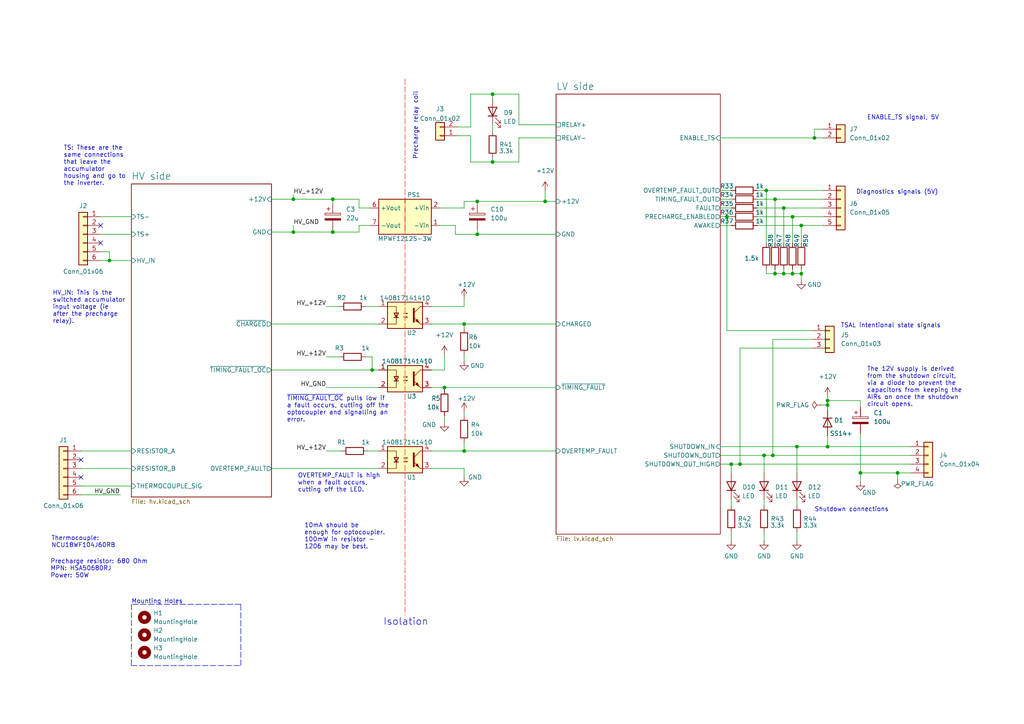
<source format=kicad_sch>
(kicad_sch (version 20211123) (generator eeschema)
  (paper "A4")
  (title_block (title "Precharge Top Level"))
  (lib_symbols
    (symbol "Connector_Generic:Conn_01x02" (pin_names (offset 1.016) hide)
      (property "Reference" "J" (at 0 2.54 0))
      (property "Value" "Conn_01x02" (at 0 -5.08 0))
      (symbol "Conn_01x02_1_1"
        (rectangle (start -1.27 -2.413) (end 0 -2.667) (stroke (width 0.1524)))
        (rectangle (start -1.27 0.127) (end 0 -0.127) (stroke (width 0.1524)))
        (rectangle (start -1.27 1.27) (end 1.27 -3.81) (stroke (width 0.254)) (fill (type background)))
        (pin passive line (at -5.08 0 0) (length 3.81) (name "Pin_1") (number "1"))
        (pin passive line (at -5.08 -2.54 0) (length 3.81) (name "Pin_2") (number "2"))
      )
    )
    (symbol "Connector_Generic:Conn_01x03" (pin_names (offset 1.016) hide)
      (property "Reference" "J" (at 0 5.08 0))
      (property "Value" "Conn_01x03" (at 0 -5.08 0))
      (symbol "Conn_01x03_1_1"
        (rectangle (start -1.27 -2.413) (end 0 -2.667) (stroke (width 0.1524)))
        (rectangle (start -1.27 0.127) (end 0 -0.127) (stroke (width 0.1524)))
        (rectangle (start -1.27 2.667) (end 0 2.413) (stroke (width 0.1524)))
        (rectangle (start -1.27 3.81) (end 1.27 -3.81) (stroke (width 0.254)) (fill (type background)))
        (pin passive line (at -5.08 2.54 0) (length 3.81) (name "Pin_1") (number "1"))
        (pin passive line (at -5.08 0 0) (length 3.81) (name "Pin_2") (number "2"))
        (pin passive line (at -5.08 -2.54 0) (length 3.81) (name "Pin_3") (number "3"))
      )
    )
    (symbol "Connector_Generic:Conn_01x04" (pin_names (offset 1.016) hide)
      (property "Reference" "J" (at 0 5.08 0))
      (property "Value" "Conn_01x04" (at 0 -7.62 0))
      (symbol "Conn_01x04_1_1"
        (rectangle (start -1.27 -4.953) (end 0 -5.207) (stroke (width 0.1524)))
        (rectangle (start -1.27 -2.413) (end 0 -2.667) (stroke (width 0.1524)))
        (rectangle (start -1.27 0.127) (end 0 -0.127) (stroke (width 0.1524)))
        (rectangle (start -1.27 2.667) (end 0 2.413) (stroke (width 0.1524)))
        (rectangle (start -1.27 3.81) (end 1.27 -6.35) (stroke (width 0.254)) (fill (type background)))
        (pin passive line (at -5.08 2.54 0) (length 3.81) (name "Pin_1") (number "1"))
        (pin passive line (at -5.08 0 0) (length 3.81) (name "Pin_2") (number "2"))
        (pin passive line (at -5.08 -2.54 0) (length 3.81) (name "Pin_3") (number "3"))
        (pin passive line (at -5.08 -5.08 0) (length 3.81) (name "Pin_4") (number "4"))
      )
    )
    (symbol "Connector_Generic:Conn_01x05" (pin_names (offset 1.016) hide)
      (property "Reference" "J" (at 0 7.62 0))
      (property "Value" "Conn_01x05" (at 0 -7.62 0))
      (symbol "Conn_01x05_1_1"
        (rectangle (start -1.27 -4.953) (end 0 -5.207) (stroke (width 0.1524)))
        (rectangle (start -1.27 -2.413) (end 0 -2.667) (stroke (width 0.1524)))
        (rectangle (start -1.27 0.127) (end 0 -0.127) (stroke (width 0.1524)))
        (rectangle (start -1.27 2.667) (end 0 2.413) (stroke (width 0.1524)))
        (rectangle (start -1.27 5.207) (end 0 4.953) (stroke (width 0.1524)))
        (rectangle (start -1.27 6.35) (end 1.27 -6.35) (stroke (width 0.254)) (fill (type background)))
        (pin passive line (at -5.08 5.08 0) (length 3.81) (name "Pin_1") (number "1"))
        (pin passive line (at -5.08 2.54 0) (length 3.81) (name "Pin_2") (number "2"))
        (pin passive line (at -5.08 0 0) (length 3.81) (name "Pin_3") (number "3"))
        (pin passive line (at -5.08 -2.54 0) (length 3.81) (name "Pin_4") (number "4"))
        (pin passive line (at -5.08 -5.08 0) (length 3.81) (name "Pin_5") (number "5"))
      )
    )
    (symbol "Connector_Generic:Conn_01x06" (pin_names (offset 1.016) hide)
      (property "Reference" "J" (at 0 7.62 0))
      (property "Value" "Conn_01x06" (at 0 -10.16 0))
      (symbol "Conn_01x06_1_1"
        (rectangle (start -1.27 -7.493) (end 0 -7.747) (stroke (width 0.1524)))
        (rectangle (start -1.27 -4.953) (end 0 -5.207) (stroke (width 0.1524)))
        (rectangle (start -1.27 -2.413) (end 0 -2.667) (stroke (width 0.1524)))
        (rectangle (start -1.27 0.127) (end 0 -0.127) (stroke (width 0.1524)))
        (rectangle (start -1.27 2.667) (end 0 2.413) (stroke (width 0.1524)))
        (rectangle (start -1.27 5.207) (end 0 4.953) (stroke (width 0.1524)))
        (rectangle (start -1.27 6.35) (end 1.27 -8.89) (stroke (width 0.254)) (fill (type background)))
        (pin passive line (at -5.08 5.08 0) (length 3.81) (name "Pin_1") (number "1"))
        (pin passive line (at -5.08 2.54 0) (length 3.81) (name "Pin_2") (number "2"))
        (pin passive line (at -5.08 0 0) (length 3.81) (name "Pin_3") (number "3"))
        (pin passive line (at -5.08 -2.54 0) (length 3.81) (name "Pin_4") (number "4"))
        (pin passive line (at -5.08 -5.08 0) (length 3.81) (name "Pin_5") (number "5"))
        (pin passive line (at -5.08 -7.62 0) (length 3.81) (name "Pin_6") (number "6"))
      )
    )
    (symbol "Converter_DCDC:ITX1212SA"
      (property "Reference" "PS" (at -7.62 6.35 0))
      (property "Value" "ITX1212SA" (at 1.27 6.35 0))
      (symbol "ITX1212SA_0_0"
        (pin power_in line (at -10.16 -2.54 0) (length 2.54) (name "-Vin") (number "1"))
        (pin power_in line (at -10.16 2.54 0) (length 2.54) (name "+Vin") (number "2"))
        (pin power_out line (at 10.16 2.54 180) (length 2.54) (name "+Vout") (number "6"))
        (pin power_out line (at 10.16 -2.54 180) (length 2.54) (name "-Vout") (number "7"))
        (pin no_connect line (at 7.62 0 180) (length 2.54) hide (name "NC") (number "8"))
      )
      (symbol "ITX1212SA_0_1"
        (rectangle (start -7.62 5.08) (end 7.62 -5.08) (stroke (width 0.254)) (fill (type background)))
        (polyline (pts (xy 0 -2.54) (xy 0 -3.81)))
        (polyline (pts (xy 0 0) (xy 0 -1.27)))
        (polyline (pts (xy 0 2.54) (xy 0 1.27)))
        (polyline (pts (xy 0 5.08) (xy 0 3.81)))
      )
    )
    (symbol "Device:C_Polarized" (pin_numbers hide) (pin_names (offset 0.254))
      (property "Reference" "C" (at 0.635 2.54 0))
      (property "Value" "C_Polarized" (at 0.635 -2.54 0))
      (symbol "C_Polarized_0_1"
        (rectangle (start -2.286 0.508) (end 2.286 1.016))
        (polyline (pts (xy -1.778 2.286) (xy -0.762 2.286)))
        (polyline (pts (xy -1.27 2.794) (xy -1.27 1.778)))
        (rectangle (start 2.286 -0.508) (end -2.286 -1.016) (fill (type outline)))
      )
      (symbol "C_Polarized_1_1"
        (pin passive line (at 0 3.81 270) (length 2.794) (name "~") (number "1"))
        (pin passive line (at 0 -3.81 90) (length 2.794) (name "~") (number "2"))
      )
    )
    (symbol "Device:D" (pin_numbers hide) (pin_names (offset 1.016) hide)
      (property "Reference" "D" (at 0 2.54 0))
      (property "Value" "D" (at 0 -2.54 0))
      (symbol "D_0_1"
        (polyline (pts (xy -1.27 1.27) (xy -1.27 -1.27)) (stroke (width 0.254)))
        (polyline (pts (xy 1.27 0) (xy -1.27 0)))
        (polyline (pts (xy 1.27 1.27) (xy 1.27 -1.27) (xy -1.27 0) (xy 1.27 1.27)) (stroke (width 0.254)))
      )
      (symbol "D_1_1"
        (pin passive line (at -3.81 0 0) (length 2.54) (name "K") (number "1"))
        (pin passive line (at 3.81 0 180) (length 2.54) (name "A") (number "2"))
      )
    )
    (symbol "Device:LED" (pin_numbers hide) (pin_names (offset 1.016) hide)
      (property "Reference" "D" (at 0 2.54 0))
      (property "Value" "LED" (at 0 -2.54 0))
      (symbol "LED_0_1"
        (polyline (pts (xy -1.27 -1.27) (xy -1.27 1.27)) (stroke (width 0.254)))
        (polyline (pts (xy -1.27 0) (xy 1.27 0)))
        (polyline (pts (xy 1.27 -1.27) (xy 1.27 1.27) (xy -1.27 0) (xy 1.27 -1.27)) (stroke (width 0.254)))
        (polyline (pts (xy -3.048 -0.762) (xy -4.572 -2.286) (xy -3.81 -2.286) (xy -4.572 -2.286) (xy -4.572 -1.524)))
        (polyline (pts (xy -1.778 -0.762) (xy -3.302 -2.286) (xy -2.54 -2.286) (xy -3.302 -2.286) (xy -3.302 -1.524)))
      )
      (symbol "LED_1_1"
        (pin passive line (at -3.81 0 0) (length 2.54) (name "K") (number "1"))
        (pin passive line (at 3.81 0 180) (length 2.54) (name "A") (number "2"))
      )
    )
    (symbol "Device:R" (pin_numbers hide) (pin_names (offset 0))
      (property "Reference" "R" (at 2.032 0 90))
      (property "Value" "R" (at 0 0 90))
      (symbol "R_0_1"
        (rectangle (start -1.016 -2.54) (end 1.016 2.54) (stroke (width 0.254)))
      )
      (symbol "R_1_1"
        (pin passive line (at 0 3.81 270) (length 1.27) (name "~") (number "1"))
        (pin passive line (at 0 -3.81 90) (length 1.27) (name "~") (number "2"))
      )
    )
    (symbol "Isolator:SFH617A-1" (pin_names (offset 1.016))
      (property "Reference" "U" (at -5.08 5.08 0))
      (property "Value" "SFH617A-1" (at 0 5.08 0))
      (symbol "SFH617A-1_0_1"
        (rectangle (start -5.08 3.81) (end 5.08 -3.81) (stroke (width 0.254)) (fill (type background)))
        (polyline (pts (xy -3.175 -0.635) (xy -1.905 -0.635)) (stroke (width 0.254)))
        (polyline (pts (xy 2.54 0.635) (xy 4.445 2.54)))
        (polyline (pts (xy 4.445 -2.54) (xy 2.54 -0.635)) (fill (type outline)))
        (polyline (pts (xy 4.445 -2.54) (xy 5.08 -2.54)))
        (polyline (pts (xy 4.445 2.54) (xy 5.08 2.54)))
        (polyline (pts (xy -2.54 -0.635) (xy -2.54 -2.54) (xy -5.08 -2.54)))
        (polyline (pts (xy 2.54 1.905) (xy 2.54 -1.905) (xy 2.54 -1.905)) (stroke (width 0.508)))
        (polyline (pts (xy -5.08 2.54) (xy -2.54 2.54) (xy -2.54 -1.27) (xy -2.54 0.635)))
        (polyline (pts (xy -2.54 -0.635) (xy -3.175 0.635) (xy -1.905 0.635) (xy -2.54 -0.635)) (stroke (width 0.254)))
        (polyline (pts (xy -0.508 -0.508) (xy 0.762 -0.508) (xy 0.381 -0.635) (xy 0.381 -0.381) (xy 0.762 -0.508)))
        (polyline (pts (xy -0.508 0.508) (xy 0.762 0.508) (xy 0.381 0.381) (xy 0.381 0.635) (xy 0.762 0.508)))
        (polyline (pts (xy 3.048 -1.651) (xy 3.556 -1.143) (xy 4.064 -2.159) (xy 3.048 -1.651) (xy 3.048 -1.651)) (fill (type outline)))
      )
      (symbol "SFH617A-1_1_1"
        (pin passive line (at -7.62 2.54 0) (length 2.54) (name "~") (number "1"))
        (pin passive line (at -7.62 -2.54 0) (length 2.54) (name "~") (number "2"))
        (pin passive line (at 7.62 -2.54 180) (length 2.54) (name "~") (number "3"))
        (pin passive line (at 7.62 2.54 180) (length 2.54) (name "~") (number "4"))
      )
    )
    (symbol "Mechanical:MountingHole" (pin_names (offset 1.016))
      (property "Reference" "H" (at 0 5.08 0))
      (property "Value" "MountingHole" (at 0 3.175 0))
      (symbol "MountingHole_0_1"
        (circle (center 0 0) (radius 1.27) (stroke (width 1.27)))
      )
    )
    (symbol "power:+12V" (power) (pin_names (offset 0))
      (property "Value" "+12V" (at 0 3.556 0))
      (symbol "+12V_0_1"
        (polyline (pts (xy -0.762 1.27) (xy 0 2.54)))
        (polyline (pts (xy 0 0) (xy 0 2.54)))
        (polyline (pts (xy 0 2.54) (xy 0.762 1.27)))
      )
      (symbol "+12V_1_1"
        (pin power_in line (at 0 0 90) (length 0) hide (name "+12V") (number "1"))
      )
    )
    (symbol "power:GND" (power) (pin_names (offset 0))
      (property "Value" "GND" (at 0 -3.81 0))
      (symbol "GND_0_1"
        (polyline (pts (xy 0 0) (xy 0 -1.27) (xy 1.27 -1.27) (xy 0 -2.54) (xy -1.27 -1.27) (xy 0 -1.27)))
      )
      (symbol "GND_1_1"
        (pin power_in line (at 0 0 270) (length 0) hide (name "GND") (number "1"))
      )
    )
    (symbol "power:PWR_FLAG" (power) (pin_numbers hide) (pin_names (offset 0) hide)
      (property "Value" "PWR_FLAG" (at 0 3.81 0))
      (symbol "PWR_FLAG_0_0"
        (pin power_out line (at 0 0 90) (length 0) (name "pwr") (number "1"))
      )
      (symbol "PWR_FLAG_0_1"
        (polyline (pts (xy 0 0) (xy 0 1.27) (xy -1.016 1.905) (xy 0 2.54) (xy 1.016 1.905) (xy 0 1.27)))
      )
    )
  )
  (junction (at 158.115 58.42))
  (junction (at 249.555 137.16))
  (junction (at 229.87 79.375))
  (junction (at 212.09 134.62))
  (junction (at 224.79 79.375))
  (junction (at 96.52 57.785))
  (junction (at 240.03 117.475))
  (junction (at 227.33 79.375))
  (junction (at 138.43 58.42))
  (junction (at 227.33 60.325))
  (junction (at 260.35 137.16))
  (junction (at 231.14 129.54))
  (junction (at 210.82 62.865))
  (junction (at 138.43 67.945))
  (junction (at 96.52 67.31))
  (junction (at 128.905 112.395))
  (junction (at 134.62 130.81))
  (junction (at 222.25 55.245))
  (junction (at 236.22 40.005))
  (junction (at 224.155 132.08))
  (junction (at 142.875 27.305))
  (junction (at 31.75 75.565))
  (junction (at 142.875 46.99))
  (junction (at 232.41 79.375))
  (junction (at 221.615 132.08))
  (junction (at 85.09 57.785))
  (junction (at 232.41 65.405))
  (junction (at 240.03 116.205))
  (junction (at 107.95 107.315))
  (junction (at 224.79 57.785))
  (junction (at 85.09 67.31))
  (junction (at 240.03 129.54))
  (junction (at 229.87 62.865))
  (junction (at 134.62 93.98))
  (junction (at 214.63 134.62))
  (no_connect (at 29.21 65.405))
  (no_connect (at 23.495 138.43))
  (no_connect (at 23.495 133.35))
  (no_connect (at 29.21 70.485))
  (wire (pts (xy 94.615 103.505) (xy 98.425 103.505)))
  (wire (pts (xy 224.79 57.785) (xy 238.76 57.785)))
  (wire (pts (xy 222.25 55.245) (xy 238.76 55.245)))
  (wire (pts (xy 210.82 62.865) (xy 212.09 62.865)))
  (wire (pts (xy 125.095 88.9) (xy 134.62 88.9)))
  (wire (pts (xy 125.095 112.395) (xy 128.905 112.395)))
  (wire (pts (xy 128.905 102.87) (xy 128.905 107.315)))
  (polyline (pts (xy 117.475 22.86) (xy 117.475 178.435)) (stroke (width 0) (color 255 30 0 1)))
  (wire (pts (xy 221.615 154.305) (xy 221.615 156.845)))
  (wire (pts (xy 138.43 67.945) (xy 161.29 67.945)))
  (wire (pts (xy 23.495 130.81) (xy 38.1 130.81)))
  (wire (pts (xy 134.62 60.325) (xy 134.62 58.42)))
  (wire (pts (xy 106.045 88.9) (xy 109.855 88.9)))
  (wire (pts (xy 219.71 62.865) (xy 229.87 62.865)))
  (wire (pts (xy 227.33 78.105) (xy 227.33 79.375)))
  (wire (pts (xy 128.905 122.555) (xy 128.905 120.65)))
  (wire (pts (xy 128.905 107.315) (xy 125.095 107.315)))
  (polyline (pts (xy 69.85 193.04) (xy 69.85 175.26)))
  (wire (pts (xy 142.875 45.72) (xy 142.875 46.99)))
  (wire (pts (xy 138.43 58.42) (xy 138.43 59.055)))
  (wire (pts (xy 128.905 112.395) (xy 161.29 112.395)))
  (wire (pts (xy 249.555 116.205) (xy 240.03 116.205)))
  (wire (pts (xy 214.63 100.965) (xy 235.585 100.965)))
  (wire (pts (xy 224.79 78.105) (xy 224.79 79.375)))
  (wire (pts (xy 29.21 62.865) (xy 38.1 62.865)))
  (wire (pts (xy 158.115 58.42) (xy 161.29 58.42)))
  (wire (pts (xy 134.62 58.42) (xy 138.43 58.42)))
  (wire (pts (xy 219.71 55.245) (xy 222.25 55.245)))
  (wire (pts (xy 231.14 144.78) (xy 231.14 146.685)))
  (wire (pts (xy 29.21 75.565) (xy 31.75 75.565)))
  (wire (pts (xy 127.635 65.405) (xy 132.08 65.405)))
  (wire (pts (xy 128.905 112.395) (xy 128.905 113.03)))
  (wire (pts (xy 138.43 67.945) (xy 138.43 66.675)))
  (wire (pts (xy 134.62 93.98) (xy 161.29 93.98)))
  (wire (pts (xy 158.115 55.245) (xy 158.115 58.42)))
  (wire (pts (xy 212.09 134.62) (xy 214.63 134.62)))
  (wire (pts (xy 23.495 135.89) (xy 38.1 135.89)))
  (wire (pts (xy 224.79 57.785) (xy 224.79 70.485)))
  (wire (pts (xy 132.08 67.945) (xy 138.43 67.945)))
  (wire (pts (xy 249.555 118.11) (xy 249.555 116.205)))
  (wire (pts (xy 227.33 60.325) (xy 227.33 70.485)))
  (wire (pts (xy 260.35 137.16) (xy 260.35 139.065)))
  (wire (pts (xy 222.25 78.105) (xy 222.25 79.375)))
  (wire (pts (xy 142.875 36.195) (xy 142.875 38.1)))
  (wire (pts (xy 142.875 27.305) (xy 150.495 27.305)))
  (wire (pts (xy 208.915 55.245) (xy 212.09 55.245)))
  (wire (pts (xy 219.71 65.405) (xy 232.41 65.405)))
  (wire (pts (xy 23.495 140.97) (xy 38.1 140.97)))
  (wire (pts (xy 78.74 107.315) (xy 107.95 107.315)))
  (wire (pts (xy 23.495 143.51) (xy 34.925 143.51)))
  (wire (pts (xy 231.14 154.305) (xy 231.14 156.845)))
  (wire (pts (xy 85.09 57.785) (xy 96.52 57.785)))
  (wire (pts (xy 134.62 93.98) (xy 134.62 95.25)))
  (wire (pts (xy 132.08 65.405) (xy 132.08 67.945)))
  (wire (pts (xy 224.155 132.08) (xy 264.16 132.08)))
  (wire (pts (xy 214.63 134.62) (xy 214.63 100.965)))
  (wire (pts (xy 150.495 46.99) (xy 150.495 40.005)))
  (wire (pts (xy 229.87 62.865) (xy 238.76 62.865)))
  (wire (pts (xy 104.14 67.31) (xy 104.14 65.405)))
  (wire (pts (xy 221.615 132.08) (xy 224.155 132.08)))
  (wire (pts (xy 107.95 107.315) (xy 109.855 107.315)))
  (wire (pts (xy 78.74 67.31) (xy 85.09 67.31)))
  (wire (pts (xy 208.915 65.405) (xy 212.09 65.405)))
  (wire (pts (xy 134.62 135.89) (xy 134.62 138.43)))
  (wire (pts (xy 208.915 60.325) (xy 212.09 60.325)))
  (wire (pts (xy 104.14 60.325) (xy 107.315 60.325)))
  (wire (pts (xy 212.09 134.62) (xy 212.09 137.16)))
  (wire (pts (xy 224.79 79.375) (xy 227.33 79.375)))
  (wire (pts (xy 125.095 130.81) (xy 134.62 130.81)))
  (wire (pts (xy 224.155 132.08) (xy 224.155 98.425)))
  (wire (pts (xy 98.425 88.9) (xy 94.615 88.9)))
  (wire (pts (xy 240.03 117.475) (xy 240.03 118.745)))
  (wire (pts (xy 208.915 57.785) (xy 212.09 57.785)))
  (wire (pts (xy 29.21 67.945) (xy 38.1 67.945)))
  (wire (pts (xy 210.82 95.885) (xy 235.585 95.885)))
  (wire (pts (xy 229.87 62.865) (xy 229.87 70.485)))
  (polyline (pts (xy 116.84 46.355) (xy 116.84 46.355)))
  (wire (pts (xy 134.62 119.38) (xy 134.62 120.65)))
  (wire (pts (xy 150.495 27.305) (xy 150.495 36.195)))
  (wire (pts (xy 240.03 129.54) (xy 264.16 129.54)))
  (wire (pts (xy 221.615 132.08) (xy 221.615 137.16)))
  (wire (pts (xy 134.62 128.27) (xy 134.62 130.81)))
  (wire (pts (xy 238.125 117.475) (xy 240.03 117.475)))
  (wire (pts (xy 240.03 114.935) (xy 240.03 116.205)))
  (wire (pts (xy 94.615 130.81) (xy 99.06 130.81)))
  (wire (pts (xy 212.09 154.305) (xy 212.09 156.845)))
  (wire (pts (xy 85.09 56.515) (xy 85.09 57.785)))
  (wire (pts (xy 240.03 116.205) (xy 240.03 117.475)))
  (wire (pts (xy 134.62 86.36) (xy 134.62 88.9)))
  (wire (pts (xy 231.14 129.54) (xy 231.14 137.16)))
  (wire (pts (xy 125.095 93.98) (xy 134.62 93.98)))
  (wire (pts (xy 208.915 129.54) (xy 231.14 129.54)))
  (wire (pts (xy 232.41 65.405) (xy 232.41 70.485)))
  (wire (pts (xy 127.635 60.325) (xy 134.62 60.325)))
  (wire (pts (xy 208.915 62.865) (xy 210.82 62.865)))
  (wire (pts (xy 142.875 27.305) (xy 142.875 28.575)))
  (wire (pts (xy 94.615 112.395) (xy 109.855 112.395)))
  (wire (pts (xy 136.525 36.83) (xy 136.525 27.305)))
  (wire (pts (xy 104.14 57.785) (xy 104.14 60.325)))
  (wire (pts (xy 240.03 126.365) (xy 240.03 129.54)))
  (wire (pts (xy 219.71 60.325) (xy 227.33 60.325)))
  (wire (pts (xy 224.155 98.425) (xy 235.585 98.425)))
  (polyline (pts (xy 38.1 175.26) (xy 38.1 193.04)))
  (wire (pts (xy 249.555 139.7) (xy 249.555 137.16)))
  (wire (pts (xy 136.525 39.37) (xy 136.525 46.99)))
  (wire (pts (xy 106.68 130.81) (xy 109.855 130.81)))
  (wire (pts (xy 29.21 73.025) (xy 31.75 73.025)))
  (wire (pts (xy 249.555 137.16) (xy 260.35 137.16)))
  (wire (pts (xy 212.09 144.78) (xy 212.09 146.685)))
  (wire (pts (xy 78.74 135.89) (xy 109.855 135.89)))
  (wire (pts (xy 31.75 73.025) (xy 31.75 75.565)))
  (wire (pts (xy 214.63 134.62) (xy 264.16 134.62)))
  (wire (pts (xy 232.41 78.105) (xy 232.41 79.375)))
  (wire (pts (xy 222.25 79.375) (xy 224.79 79.375)))
  (wire (pts (xy 229.87 79.375) (xy 232.41 79.375)))
  (wire (pts (xy 232.41 65.405) (xy 238.76 65.405)))
  (wire (pts (xy 208.915 40.005) (xy 236.22 40.005)))
  (wire (pts (xy 104.14 65.405) (xy 107.315 65.405)))
  (wire (pts (xy 210.82 95.885) (xy 210.82 62.865)))
  (wire (pts (xy 208.915 134.62) (xy 212.09 134.62)))
  (wire (pts (xy 132.715 39.37) (xy 136.525 39.37)))
  (wire (pts (xy 208.915 132.08) (xy 221.615 132.08)))
  (wire (pts (xy 232.41 79.375) (xy 232.41 81.28)))
  (wire (pts (xy 85.09 67.31) (xy 96.52 67.31)))
  (wire (pts (xy 138.43 58.42) (xy 158.115 58.42)))
  (wire (pts (xy 227.33 60.325) (xy 238.76 60.325)))
  (wire (pts (xy 125.095 135.89) (xy 134.62 135.89)))
  (wire (pts (xy 236.22 37.465) (xy 236.22 40.005)))
  (wire (pts (xy 85.09 65.405) (xy 85.09 67.31)))
  (wire (pts (xy 78.74 93.98) (xy 109.855 93.98)))
  (polyline (pts (xy 38.1 193.04) (xy 69.85 193.04)))
  (wire (pts (xy 236.22 40.005) (xy 238.76 40.005)))
  (wire (pts (xy 219.71 57.785) (xy 224.79 57.785)))
  (wire (pts (xy 222.25 55.245) (xy 222.25 70.485)))
  (wire (pts (xy 107.95 103.505) (xy 107.95 107.315)))
  (wire (pts (xy 31.75 75.565) (xy 38.1 75.565)))
  (wire (pts (xy 260.35 137.16) (xy 264.16 137.16)))
  (wire (pts (xy 227.33 79.375) (xy 229.87 79.375)))
  (wire (pts (xy 132.715 36.83) (xy 136.525 36.83)))
  (wire (pts (xy 238.76 37.465) (xy 236.22 37.465)))
  (wire (pts (xy 231.14 129.54) (xy 240.03 129.54)))
  (wire (pts (xy 221.615 144.78) (xy 221.615 146.685)))
  (polyline (pts (xy 69.85 175.26) (xy 38.1 175.26)))
  (wire (pts (xy 249.555 125.73) (xy 249.555 137.16)))
  (wire (pts (xy 136.525 27.305) (xy 142.875 27.305)))
  (wire (pts (xy 142.875 46.99) (xy 150.495 46.99)))
  (wire (pts (xy 136.525 46.99) (xy 142.875 46.99)))
  (wire (pts (xy 96.52 67.31) (xy 96.52 66.675)))
  (wire (pts (xy 96.52 57.785) (xy 104.14 57.785)))
  (wire (pts (xy 150.495 36.195) (xy 161.29 36.195)))
  (wire (pts (xy 106.045 103.505) (xy 107.95 103.505)))
  (wire (pts (xy 78.74 57.785) (xy 85.09 57.785)))
  (wire (pts (xy 134.62 130.81) (xy 161.29 130.81)))
  (wire (pts (xy 96.52 67.31) (xy 104.14 67.31)))
  (wire (pts (xy 150.495 40.005) (xy 161.29 40.005)))
  (wire (pts (xy 229.87 78.105) (xy 229.87 79.375)))
  (wire (pts (xy 96.52 57.785) (xy 96.52 59.055)))
  (wire (pts (xy 134.62 102.87) (xy 134.62 104.775)))
  (text "10mA should be \nenough for optocoupler.\n100mW in resistor -\n1206 may be best." (at 88.265 159.385 0) (effects (font (size 1.27 1.27)) (justify left bottom)))
  (text "Diagnostics signals (5V)" (at 248.285 56.515 0) (effects (font (size 1.27 1.27)) (justify left bottom)))
  (text "OVERTEMP_FAULT is high\nwhen a fault occurs,\ncutting off the LED." (at 86.36 142.875 0) (effects (font (size 1.27 1.27)) (justify left bottom)))
  (text "Isolation" (at 111.125 181.61 0) (effects (font (size 2 2)) (justify left bottom)))
  (text "~{TIMING_FAULT_OC} pulls low if\na fault occurs, cutting off the\noptocoupler and signalling an\nerror." (at 83.185 122.555 0) (effects (font (size 1.27 1.27)) (justify left bottom)))
  (text "Precharge relay coil" (at 121.285 46.355 90) (effects (font (size 1.27 1.27)) (justify left bottom)))
  (text "ENABLE_TS signal, 5V" (at 251.46 34.925 0) (effects (font (size 1.27 1.27)) (justify left bottom)))
  (text "Shutdown connections" (at 236.22 148.59 0) (effects (font (size 1.27 1.27)) (justify left bottom)))
  (text "Thermocouple:\nNCU18WF104J60RB" (at 14.859 159.004 0) (effects (font (size 1.27 1.27)) (justify left bottom)))
  (text "Mounting Holes" (at 38.1 175.26 0) (effects (font (size 1.27 1.27)) (justify left bottom)))
  (text "TS: These are the\nsame connections\nthat leave the\naccumulator\nhousing and go to\nthe inverter." (at 18.415 53.975 0) (effects (font (size 1.27 1.27)) (justify left bottom)))
  (text "HV_IN: This is the\nswitched accumulator\ninput voltage (ie \nafter the precharge\nrelay)." (at 15.24 93.98 0) (effects (font (size 1.27 1.27)) (justify left bottom)))
  (text "Precharge resistor: 680 Ohm\nMPN: HSA50680RJ\nPower: 50W" (at 14.605 167.767 0) (effects (font (size 1.27 1.27)) (justify left bottom)))
  (text "TSAL intentional state signals" (at 243.84 95.25 0) (effects (font (size 1.27 1.27)) (justify left bottom)))
  (text "The 12V supply is derived\nfrom the shutdown circuit,\nvia a diode to prevent the\ncapacitors from keeping the\nAIRs on once the shutdown\ncircuit opens." (at 251.46 118.11 0) (effects (font (size 1.27 1.27)) (justify left bottom)))
  (label "HV_+12V" (at 85.09 56.515 0))
  (label "HV_GND" (at 27.305 143.51 0))
  (label "HV_+12V" (at 94.615 130.81 180))
  (label "HV_+12V" (at 94.615 88.9 180))
  (label "HV_+12V" (at 94.615 103.505 180))
  (label "HV_GND" (at 94.615 112.395 180))
  (label "HV_GND" (at 85.09 65.405 0))
  (symbol (lib_id "power:PWR_FLAG") (at 238.125 117.475 90) (unit 1)
    (property "Reference" "#FLG01" (effects hide))
    (property "Value" "PWR_FLAG" (at 229.87 117.475 90))
  )
  (symbol (lib_id "Device:R") (at 231.14 150.495 0) (unit 1)
    (property "Reference" "R44" (at 233.045 150.495 0) (effects (justify left)))
    (property "Value" "3.3k" (at 232.918 152.3616 0) (effects (justify left)))
    (property "Footprint" "Resistor_SMD:R_0603_1608Metric" (effects hide))
    (property "Power" "2W" (effects hide))
  )
  (symbol (lib_id "Device:C_Polarized") (at 138.43 62.865 0) (unit 1)
    (property "Reference" "C10" (at 142.24 60.7059 0) (effects (justify left)))
    (property "Value" "100u" (at 142.24 63.2459 0) (effects (justify left)))
    (property "Footprint" "Capacitor_THT:CP_Radial_D6.3mm_P2.50mm" (effects hide))
  )
  (symbol (lib_id "power:GND") (at 134.62 104.775 0) (unit 1)
    (property "Reference" "#PWR0107" (effects hide))
    (property "Value" "GND" (at 138.43 106.045 0))
  )
  (symbol (lib_id "Device:R") (at 222.25 74.295 180) (unit 1)
    (property "Reference" "R38" (at 223.52 71.755 90) (effects (justify right)))
    (property "Value" "1.5k" (at 215.9 74.93 0) (effects (justify right)))
    (property "Footprint" "Resistor_SMD:R_0603_1608Metric" (effects hide))
  )
  (symbol (lib_id "power:GND") (at 221.615 156.845 0) (unit 1)
    (property "Reference" "#PWR0102" (effects hide))
    (property "Value" "GND" (at 221.615 161.29 0))
  )
  (symbol (lib_id "Device:R") (at 102.235 103.505 270) (unit 1)
    (property "Reference" "R3" (at 98.425 100.965 90))
    (property "Value" "1k" (at 106.045 100.965 90))
    (property "Footprint" "Resistor_SMD:R_1206_3216Metric" (effects hide))
  )
  (symbol (lib_id "Isolator:SFH617A-1") (at 117.475 133.35 0) (unit 1)
    (property "Reference" "U1" (at 119.38 138.43 0))
    (property "Value" "140817141410" (at 118.11 128.27 0))
    (property "Footprint" "footprints:DIP-4_W10.16mm" (effects hide))
  )
  (symbol (lib_id "Device:R") (at 102.235 88.9 90) (unit 1)
    (property "Reference" "R2" (at 99.06 86.36 90))
    (property "Value" "1k" (at 105.41 86.36 90))
    (property "Footprint" "Resistor_SMD:R_1206_3216Metric" (effects hide))
  )
  (symbol (lib_id "Connector_Generic:Conn_01x05") (at 243.84 60.325 0) (unit 1)
    (property "Reference" "J6" (at 246.38 59.0549 0) (effects (justify left)))
    (property "Value" "Conn_01x05" (at 246.38 61.5949 0) (effects (justify left)))
    (property "Footprint" "footprints:Molex_Micro-Fit_3.0_43650-0500_1x05_P3.00mm_Horizontal" (effects hide))
  )
  (symbol (lib_id "Device:R") (at 212.09 150.495 0) (unit 1)
    (property "Reference" "R42" (at 213.995 150.495 0) (effects (justify left)))
    (property "Value" "3.3k" (at 213.868 152.3616 0) (effects (justify left)))
    (property "Footprint" "Resistor_SMD:R_0603_1608Metric" (effects hide))
    (property "Power" "2W" (effects hide))
  )
  (symbol (lib_id "Device:R") (at 215.9 62.865 90) (unit 1)
    (property "Reference" "R36" (at 210.82 61.595 90))
    (property "Value" "1k" (at 220.345 61.595 90))
    (property "Footprint" "Resistor_SMD:R_0603_1608Metric" (effects hide))
  )
  (symbol (lib_id "Mechanical:MountingHole") (at 41.91 179.07 0) (unit 1)
    (property "Reference" "H1" (at 44.45 177.7999 0) (effects (justify left)))
    (property "Value" "MountingHole" (at 44.45 180.3399 0) (effects (justify left)))
    (property "Footprint" "MountingHole:MountingHole_3.2mm_M3" (effects hide))
  )
  (symbol (lib_id "Connector_Generic:Conn_01x06") (at 24.13 67.945 0) (mirror y) (unit 1)
    (property "Reference" "J2" (at 24.13 59.69 0))
    (property "Value" "Conn_01x06" (at 24.13 78.74 0))
    (property "Footprint" "footprints:Molex_Micro-Fit_3.0_43650-0600_1x06_P3.00mm_Horizontal" (effects hide))
  )
  (symbol (lib_id "Mechanical:MountingHole") (at 41.91 189.23 0) (unit 1)
    (property "Reference" "H3" (at 44.45 187.9599 0) (effects (justify left)))
    (property "Value" "MountingHole" (at 44.45 190.4999 0) (effects (justify left)))
    (property "Footprint" "MountingHole:MountingHole_3.2mm_M3" (effects hide))
  )
  (symbol (lib_id "power:+12V") (at 128.905 102.87 0) (unit 1)
    (property "Reference" "#PWR0108" (effects hide))
    (property "Value" "+12V" (at 128.905 97.155 0))
  )
  (symbol (lib_id "Device:LED") (at 221.615 140.97 90) (unit 1)
    (property "Reference" "D11" (at 224.79 141.2874 90) (effects (justify right)))
    (property "Value" "LED" (at 224.79 143.8274 90) (effects (justify right)))
    (property "Footprint" "LED_SMD:LED_0603_1608Metric" (effects hide))
  )
  (symbol (lib_id "Connector_Generic:Conn_01x06") (at 18.415 135.89 0) (mirror y) (unit 1)
    (property "Reference" "J1" (at 18.415 127.635 0))
    (property "Value" "Conn_01x06" (at 18.415 146.685 0))
    (property "Footprint" "footprints:Molex_Micro-Fit_3.0_43650-0600_1x06_P3.00mm_Horizontal" (effects hide))
  )
  (symbol (lib_id "Connector_Generic:Conn_01x04") (at 269.24 132.08 0) (unit 1)
    (property "Reference" "J4" (at 272.415 132.0799 0) (effects (justify left)))
    (property "Value" "Conn_01x04" (at 272.415 134.6199 0) (effects (justify left)))
    (property "Footprint" "footprints:Molex_Micro-Fit_3.0_43650-0400_1x04_P3.00mm_Horizontal" (effects hide))
  )
  (symbol (lib_id "Device:R") (at 215.9 55.245 90) (unit 1)
    (property "Reference" "R33" (at 210.82 53.975 90))
    (property "Value" "1k" (at 220.345 53.975 90))
    (property "Footprint" "Resistor_SMD:R_0603_1608Metric" (effects hide))
  )
  (symbol (lib_id "Device:R") (at 215.9 65.405 90) (unit 1)
    (property "Reference" "R37" (at 210.82 64.135 90))
    (property "Value" "1k" (at 220.345 64.135 90))
    (property "Footprint" "Resistor_SMD:R_0603_1608Metric" (effects hide))
  )
  (symbol (lib_id "Device:D") (at 240.03 122.555 270) (unit 1)
    (property "Reference" "D1" (at 241.935 121.92 90) (effects (justify left)))
    (property "Value" "SS14+" (at 240.665 125.73 90) (effects (justify left)))
    (property "Footprint" "Diode_SMD:D_SMA" (effects hide))
  )
  (symbol (lib_id "power:GND") (at 232.41 81.28 0) (unit 1)
    (property "Reference" "#PWR0104" (effects hide))
    (property "Value" "GND" (at 236.22 82.55 0))
  )
  (symbol (lib_id "power:+12V") (at 158.115 55.245 0) (unit 1)
    (property "Reference" "#PWR01" (effects hide))
    (property "Value" "+12V" (at 158.115 49.53 0))
  )
  (symbol (lib_id "power:GND") (at 231.14 156.845 0) (unit 1)
    (property "Reference" "#PWR0103" (effects hide))
    (property "Value" "GND" (at 231.14 161.29 0))
  )
  (symbol (lib_id "Device:R") (at 227.33 74.295 180) (unit 1)
    (property "Reference" "R48" (at 228.6 71.755 90) (effects (justify right)))
    (property "Value" "1.5k" (effects hide))
    (property "Footprint" "Resistor_SMD:R_0603_1608Metric" (effects hide))
  )
  (symbol (lib_id "power:+12V") (at 134.62 86.36 0) (unit 1)
    (property "Reference" "#PWR0109" (effects hide))
    (property "Value" "+12V" (at 135.255 82.55 0))
  )
  (symbol (lib_id "power:+12V") (at 240.03 114.935 0) (unit 1)
    (property "Reference" "#PWR03" (effects hide))
    (property "Value" "+12V" (at 240.03 109.22 0))
  )
  (symbol (lib_id "Device:R") (at 224.79 74.295 180) (unit 1)
    (property "Reference" "R47" (at 226.06 71.755 90) (effects (justify right)))
    (property "Value" "1.5k" (effects hide))
    (property "Footprint" "Resistor_SMD:R_0603_1608Metric" (effects hide))
  )
  (symbol (lib_id "Device:R") (at 102.87 130.81 270) (unit 1)
    (property "Reference" "R1" (at 99.06 128.27 90))
    (property "Value" "1k" (at 106.045 128.27 90))
    (property "Footprint" "Resistor_SMD:R_1206_3216Metric" (effects hide))
  )
  (symbol (lib_id "Device:R") (at 134.62 124.46 0) (unit 1)
    (property "Reference" "R4" (at 136.525 123.19 0) (effects (justify left)))
    (property "Value" "10k" (at 136.525 125.73 0) (effects (justify left)))
    (property "Footprint" "Resistor_SMD:R_0603_1608Metric" (effects hide))
  )
  (symbol (lib_id "Device:LED") (at 142.875 32.385 90) (unit 1)
    (property "Reference" "D9" (at 146.05 32.7024 90) (effects (justify right)))
    (property "Value" "LED" (at 146.05 35.2424 90) (effects (justify right)))
    (property "Footprint" "LED_SMD:LED_0603_1608Metric" (effects hide))
  )
  (symbol (lib_id "power:GND") (at 249.555 139.7 0) (unit 1)
    (property "Reference" "#PWR04" (effects hide))
    (property "Value" "GND" (at 252.095 142.875 0))
  )
  (symbol (lib_id "Mechanical:MountingHole") (at 41.91 184.15 0) (unit 1)
    (property "Reference" "H2" (at 44.45 182.8799 0) (effects (justify left)))
    (property "Value" "MountingHole" (at 44.45 185.4199 0) (effects (justify left)))
    (property "Footprint" "MountingHole:MountingHole_3.2mm_M3" (effects hide))
  )
  (symbol (lib_id "Device:C_Polarized") (at 96.52 62.865 0) (unit 1)
    (property "Reference" "C3" (at 100.33 60.7059 0) (effects (justify left)))
    (property "Value" "22u" (at 100.33 63.2459 0) (effects (justify left)))
    (property "Footprint" "Capacitor_THT:CP_Radial_D8.0mm_P3.50mm" (effects hide))
  )
  (symbol (lib_id "power:GND") (at 128.905 122.555 0) (unit 1)
    (property "Reference" "#PWR02" (effects hide))
    (property "Value" "GND" (at 124.46 123.19 0))
  )
  (symbol (lib_id "Device:R") (at 215.9 60.325 90) (unit 1)
    (property "Reference" "R35" (at 210.82 59.055 90))
    (property "Value" "1k" (at 220.345 59.055 90))
    (property "Footprint" "Resistor_SMD:R_0603_1608Metric" (effects hide))
  )
  (symbol (lib_id "Connector_Generic:Conn_01x02") (at 127.635 39.37 180) (unit 1)
    (property "Reference" "J3" (at 127.635 31.5935 0))
    (property "Value" "Conn_01x02" (at 127.635 34.3686 0))
    (property "Footprint" "footprints:Molex_Micro-Fit_3.0_43650-0200_1x02_P3.00mm_Horizontal" (effects hide))
  )
  (symbol (lib_id "Device:R") (at 229.87 74.295 180) (unit 1)
    (property "Reference" "R49" (at 231.14 71.755 90) (effects (justify right)))
    (property "Value" "1.5k" (effects hide))
    (property "Footprint" "Resistor_SMD:R_0603_1608Metric" (effects hide))
  )
  (symbol (lib_id "Device:LED") (at 212.09 140.97 90) (unit 1)
    (property "Reference" "D10" (at 215.265 141.2874 90) (effects (justify right)))
    (property "Value" "LED" (at 215.265 143.8274 90) (effects (justify right)))
    (property "Footprint" "LED_SMD:LED_0603_1608Metric" (effects hide))
  )
  (symbol (lib_id "Connector_Generic:Conn_01x03") (at 240.665 98.425 0) (unit 1)
    (property "Reference" "J5" (at 243.84 97.1549 0) (effects (justify left)))
    (property "Value" "Conn_01x03" (at 243.84 99.6949 0) (effects (justify left)))
    (property "Footprint" "footprints:Molex_Micro-Fit_3.0_43650-0300_1x03_P3.00mm_Horizontal" (effects hide))
  )
  (symbol (lib_id "Device:R") (at 221.615 150.495 0) (unit 1)
    (property "Reference" "R43" (at 223.52 150.495 0) (effects (justify left)))
    (property "Value" "3.3k" (at 223.393 152.3616 0) (effects (justify left)))
    (property "Footprint" "Resistor_SMD:R_0603_1608Metric" (effects hide))
    (property "Power" "2W" (effects hide))
  )
  (symbol (lib_id "Device:R") (at 215.9 57.785 90) (unit 1)
    (property "Reference" "R34" (at 210.82 56.515 90))
    (property "Value" "1k" (at 220.345 56.515 90))
    (property "Footprint" "Resistor_SMD:R_0603_1608Metric" (effects hide))
  )
  (symbol (lib_id "Converter_DCDC:ITX1212SA") (at 117.475 62.865 0) (mirror y) (unit 1)
    (property "Reference" "PS1" (at 120.015 56.515 0))
    (property "Value" "MPWF1212S-3W" (at 117.475 69.215 0))
    (property "Footprint" "footprints:MPWF1212S-3W" (effects hide))
    (property "Datasheet" "https://www.xppower.com/pdfs/SF_ITX.pdf" (effects hide))
  )
  (symbol (lib_id "power:PWR_FLAG") (at 260.35 139.065 180) (unit 1)
    (property "Reference" "#FLG02" (effects hide))
    (property "Value" "PWR_FLAG" (at 266.065 140.335 0))
  )
  (symbol (lib_id "Device:LED") (at 231.14 140.97 90) (unit 1)
    (property "Reference" "D12" (at 234.315 141.2874 90) (effects (justify right)))
    (property "Value" "LED" (at 234.315 143.8274 90) (effects (justify right)))
    (property "Footprint" "LED_SMD:LED_0603_1608Metric" (effects hide))
  )
  (symbol (lib_id "power:GND") (at 134.62 138.43 0) (unit 1)
    (property "Reference" "#PWR0106" (effects hide))
    (property "Value" "GND" (at 137.795 138.43 0))
  )
  (symbol (lib_id "Device:C_Polarized") (at 249.555 121.92 0) (unit 1)
    (property "Reference" "C1" (at 253.365 119.7609 0) (effects (justify left)))
    (property "Value" "100u" (at 253.365 122.3009 0) (effects (justify left)))
    (property "Footprint" "Capacitor_THT:CP_Radial_D6.3mm_P2.50mm" (effects hide))
  )
  (symbol (lib_id "power:+12V") (at 134.62 119.38 0) (unit 1)
    (property "Reference" "#PWR0105" (effects hide))
    (property "Value" "+12V" (at 135.255 115.57 0))
  )
  (symbol (lib_id "Isolator:SFH617A-1") (at 117.475 109.855 0) (unit 1)
    (property "Reference" "U3" (at 119.38 114.935 0))
    (property "Value" "140817141410" (at 118.11 104.775 0))
    (property "Footprint" "footprints:DIP-4_W10.16mm" (effects hide))
  )
  (symbol (lib_id "power:GND") (at 212.09 156.845 0) (unit 1)
    (property "Reference" "#PWR0101" (effects hide))
    (property "Value" "GND" (at 212.09 161.29 0))
  )
  (symbol (lib_id "Device:R") (at 232.41 74.295 180) (unit 1)
    (property "Reference" "R50" (at 233.68 71.755 90) (effects (justify right)))
    (property "Value" "1.5k" (effects hide))
    (property "Footprint" "Resistor_SMD:R_0603_1608Metric" (effects hide))
  )
  (symbol (lib_id "Connector_Generic:Conn_01x02") (at 243.84 37.465 0) (unit 1)
    (property "Reference" "J7" (at 246.38 37.4649 0) (effects (justify left)))
    (property "Value" "Conn_01x02" (at 246.38 40.0049 0) (effects (justify left)))
    (property "Footprint" "footprints:Molex_Micro-Fit_3.0_43650-0200_1x02_P3.00mm_Horizontal" (effects hide))
  )
  (symbol (lib_id "Device:R") (at 128.905 116.84 0) (unit 1)
    (property "Reference" "R5" (at 125.095 115.57 0) (effects (justify left)))
    (property "Value" "10k" (at 123.825 118.11 0) (effects (justify left)))
    (property "Footprint" "Resistor_SMD:R_0603_1608Metric" (effects hide))
  )
  (symbol (lib_id "Device:R") (at 134.62 99.06 0) (unit 1)
    (property "Reference" "R6" (at 135.89 97.79 0) (effects (justify left)))
    (property "Value" "10k" (at 135.89 100.33 0) (effects (justify left)))
    (property "Footprint" "Resistor_SMD:R_0603_1608Metric" (effects hide))
  )
  (symbol (lib_id "Isolator:SFH617A-1") (at 117.475 91.44 0) (unit 1)
    (property "Reference" "U2" (at 119.38 96.52 0))
    (property "Value" "140817141410" (at 117.475 86.4386 0))
    (property "Footprint" "footprints:DIP-4_W10.16mm" (effects hide))
  )
  (symbol (lib_id "Device:R") (at 142.875 41.91 0) (unit 1)
    (property "Reference" "R41" (at 144.78 41.91 0) (effects (justify left)))
    (property "Value" "3.3k" (at 144.653 43.7766 0) (effects (justify left)))
    (property "Footprint" "Resistor_SMD:R_0603_1608Metric" (effects hide))
    (property "Power" "2W" (effects hide))
  )
  (sheet (at 38.1 53.34) (size 40.64 90.805) (stroke (width 0.1524))
    (property "Sheet name" "HV side" (at 38.1 52.2634 0) (effects (font (size 2 2)) (justify left bottom)))
    (property "Sheet file" "hv.kicad_sch" (at 38.1 144.7296 0) (effects (justify left top)))
    (pin "GND" input (at 78.74 67.31 0))
    (pin "TS+" input (at 38.1 67.945 180))
    (pin "+12V" input (at 78.74 57.785 0))
    (pin "TS-" input (at 38.1 62.865 180))
    (pin "HV_IN" input (at 38.1 75.565 180))
    (pin "~{CHARGED}" output (at 78.74 93.98 0))
    (pin "~{TIMING_FAULT_OC}" output (at 78.74 107.315 0))
    (pin "OVERTEMP_FAULT" output (at 78.74 135.89 0))
    (pin "RESISTOR_A" input (at 38.1 130.81 180))
    (pin "RESISTOR_B" input (at 38.1 135.89 180))
    (pin "THERMOCOUPLE_SIG" input (at 38.1 140.97 180))
  )
  (sheet (at 161.29 27.305) (size 47.625 127.635) (stroke (width 0.1524))
    (property "Sheet name" "LV side" (at 161.29 26.2284 0) (effects (font (size 2 2)) (justify left bottom)))
    (property "Sheet file" "lv.kicad_sch" (at 161.29 155.5246 0) (effects (justify left top)))
    (pin "GND" input (at 161.29 67.945 180))
    (pin "SHUTDOWN_IN" input (at 208.915 129.54 0))
    (pin "+12V" input (at 161.29 58.42 180))
    (pin "~{TIMING_FAULT}" input (at 161.29 112.395 180))
    (pin "CHARGED" input (at 161.29 93.98 180))
    (pin "FAULT" output (at 208.915 60.325 0))
    (pin "TIMING_FAULT_OUT" output (at 208.915 57.785 0))
    (pin "SHUTDOWN_OUT" output (at 208.915 132.08 0))
    (pin "SHUTDOWN_OUT_HIGH" output (at 208.915 134.62 0))
    (pin "AWAKE" output (at 208.915 65.405 0))
    (pin "PRECHARGE_ENABLED" output (at 208.915 62.865 0))
    (pin "RELAY+" passive (at 161.29 36.195 180))
    (pin "RELAY-" passive (at 161.29 40.005 180))
    (pin "ENABLE_TS" input (at 208.915 40.005 0))
    (pin "OVERTEMP_FAULT" input (at 161.29 130.81 180))
    (pin "OVERTEMP_FAULT_OUT" output (at 208.915 55.245 0))
  )
)
</source>
